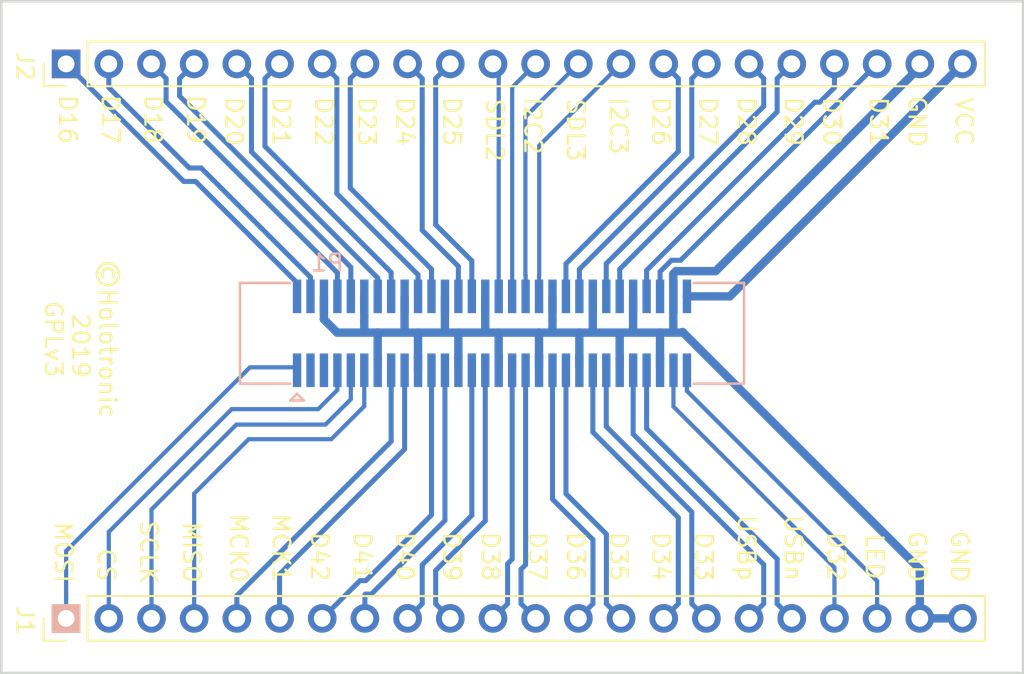
<source format=kicad_pcb>
(kicad_pcb (version 20171130) (host pcbnew 5.1.4-e60b266~84~ubuntu18.04.1)

  (general
    (thickness 1.6)
    (drawings 49)
    (tracks 215)
    (zones 0)
    (modules 3)
    (nets 45)
  )

  (page A4)
  (title_block
    (title "Mezzaine Bob")
    (date 2019-09-21)
    (rev 2)
    (company Holotronic)
  )

  (layers
    (0 F.Cu mixed)
    (31 B.Cu mixed)
    (32 B.Adhes user)
    (33 F.Adhes user)
    (34 B.Paste user)
    (35 F.Paste user)
    (36 B.SilkS user)
    (37 F.SilkS user)
    (38 B.Mask user)
    (39 F.Mask user)
    (40 Dwgs.User user)
    (41 Cmts.User user)
    (42 Eco1.User user)
    (43 Eco2.User user)
    (44 Edge.Cuts user)
    (45 Margin user)
    (46 B.CrtYd user)
    (47 F.CrtYd user)
    (48 B.Fab user)
    (49 F.Fab user)
  )

  (setup
    (last_trace_width 0.25)
    (trace_clearance 0.25)
    (zone_clearance 0.508)
    (zone_45_only no)
    (trace_min 0.25)
    (via_size 0.8)
    (via_drill 0.4)
    (via_min_size 0.4)
    (via_min_drill 0.3)
    (uvia_size 0.3)
    (uvia_drill 0.1)
    (uvias_allowed no)
    (uvia_min_size 0.2)
    (uvia_min_drill 0.1)
    (edge_width 0.15)
    (segment_width 0.2)
    (pcb_text_width 0.3)
    (pcb_text_size 1.5 1.5)
    (mod_edge_width 0.15)
    (mod_text_size 1 1)
    (mod_text_width 0.15)
    (pad_size 1.7 1.7)
    (pad_drill 1)
    (pad_to_mask_clearance 0.051)
    (solder_mask_min_width 0.25)
    (aux_axis_origin 0 0)
    (visible_elements FFFFFFFF)
    (pcbplotparams
      (layerselection 0x010f0_ffffffff)
      (usegerberextensions true)
      (usegerberattributes false)
      (usegerberadvancedattributes false)
      (creategerberjobfile false)
      (excludeedgelayer true)
      (linewidth 0.100000)
      (plotframeref false)
      (viasonmask false)
      (mode 1)
      (useauxorigin false)
      (hpglpennumber 1)
      (hpglpenspeed 20)
      (hpglpendiameter 15.000000)
      (psnegative false)
      (psa4output false)
      (plotreference true)
      (plotvalue true)
      (plotinvisibletext false)
      (padsonsilk true)
      (subtractmaskfromsilk false)
      (outputformat 1)
      (mirror false)
      (drillshape 0)
      (scaleselection 1)
      (outputdirectory "Gerbers/"))
  )

  (net 0 "")
  (net 1 /MIO11_SPI1_MOSI)
  (net 2 /MIO9_SPI1_CS)
  (net 3 /MIO6_SPI1_SCLK)
  (net 4 /MIO10_SPI1_MISO)
  (net 5 /CSI0_MCLK)
  (net 6 /CSI1_MCLK)
  (net 7 /DSI_CLK_P)
  (net 8 /DSI_CLK_N)
  (net 9 /DSI_D0_P)
  (net 10 /DSI_D0_N)
  (net 11 /DSI_D1_P)
  (net 12 /DSI_D1_N)
  (net 13 /DSI_D2_P)
  (net 14 /DSI_D2_N)
  (net 15 /DSI_D3_P)
  (net 16 /DSI_D3_N)
  (net 17 /USB2D3_P)
  (net 18 /USB2D3_N)
  (net 19 /HSIC_STR)
  (net 20 /HSIC_DATA)
  (net 21 GND)
  (net 22 /CSI0_C_P)
  (net 23 /CSI0_C_N)
  (net 24 /CSI0_D0_P)
  (net 25 /CSI0_D0_N)
  (net 26 /CSI0_D1_P)
  (net 27 /CSI0_D1_N)
  (net 28 /CSI0_D2_P)
  (net 29 /CSI0_D2_N)
  (net 30 /CSI0_D3_P)
  (net 31 /CSI0_D3_N)
  (net 32 /HSEXP_I2C2_SCL)
  (net 33 /HSEXP_I2C2_SDA)
  (net 34 /HSEXP_I2C3_SCL)
  (net 35 /HSEXP_I2C3_SDA)
  (net 36 "/ CSI1_D0_P")
  (net 37 "/ CSI1_D0_N")
  (net 38 /CSI1_D1_P)
  (net 39 /CSI1_D1_N)
  (net 40 /CSI1_C_P)
  (net 41 /CSI1_C_N)
  (net 42 VCC)
  (net 43 "Net-(P1-Pad3)")
  (net 44 "Net-(P1-Pad5)")

  (net_class Default "This is the default net class."
    (clearance 0.25)
    (trace_width 0.25)
    (via_dia 0.8)
    (via_drill 0.4)
    (uvia_dia 0.3)
    (uvia_drill 0.1)
    (diff_pair_width 0.25)
    (diff_pair_gap 0.25)
    (add_net "/ CSI1_D0_N")
    (add_net "/ CSI1_D0_P")
    (add_net /CSI0_C_N)
    (add_net /CSI0_C_P)
    (add_net /CSI0_D0_N)
    (add_net /CSI0_D0_P)
    (add_net /CSI0_D1_N)
    (add_net /CSI0_D1_P)
    (add_net /CSI0_D2_N)
    (add_net /CSI0_D2_P)
    (add_net /CSI0_D3_N)
    (add_net /CSI0_D3_P)
    (add_net /CSI0_MCLK)
    (add_net /CSI1_C_N)
    (add_net /CSI1_C_P)
    (add_net /CSI1_D1_N)
    (add_net /CSI1_D1_P)
    (add_net /CSI1_MCLK)
    (add_net /DSI_CLK_N)
    (add_net /DSI_CLK_P)
    (add_net /DSI_D0_N)
    (add_net /DSI_D0_P)
    (add_net /DSI_D1_N)
    (add_net /DSI_D1_P)
    (add_net /DSI_D2_N)
    (add_net /DSI_D2_P)
    (add_net /DSI_D3_N)
    (add_net /DSI_D3_P)
    (add_net /HSEXP_I2C2_SCL)
    (add_net /HSEXP_I2C2_SDA)
    (add_net /HSEXP_I2C3_SCL)
    (add_net /HSEXP_I2C3_SDA)
    (add_net /HSIC_DATA)
    (add_net /HSIC_STR)
    (add_net /MIO10_SPI1_MISO)
    (add_net /MIO11_SPI1_MOSI)
    (add_net /MIO6_SPI1_SCLK)
    (add_net /MIO9_SPI1_CS)
    (add_net /USB2D3_N)
    (add_net /USB2D3_P)
    (add_net "Net-(P1-Pad3)")
    (add_net "Net-(P1-Pad5)")
    (add_net VCC)
  )

  (net_class pwr ""
    (clearance 0.25)
    (trace_width 0.5)
    (via_dia 0.8)
    (via_drill 0.4)
    (uvia_dia 0.3)
    (uvia_drill 0.1)
    (diff_pair_width 0.25)
    (diff_pair_gap 0.25)
    (add_net GND)
  )

  (module 96boards:61083-063400LF (layer B.Cu) (tedit 598D5922) (tstamp 5D83CFE7)
    (at 98.142 94.653)
    (path /5D8D90E8)
    (fp_text reference P1 (at -9.8 -4.2) (layer B.SilkS)
      (effects (font (size 1 1) (thickness 0.15)) (justify mirror))
    )
    (fp_text value CONN_02X30 (at -0.2 0) (layer B.Fab)
      (effects (font (size 1 1) (thickness 0.15)) (justify mirror))
    )
    (fp_line (start -11.2 4) (end -12 4) (layer B.SilkS) (width 0.1524))
    (fp_line (start -11.6 3.6) (end -11.2 4) (layer B.SilkS) (width 0.1524))
    (fp_line (start -12 4) (end -11.6 3.6) (layer B.SilkS) (width 0.1524))
    (fp_line (start -15 3) (end -12 3) (layer B.SilkS) (width 0.1524))
    (fp_line (start -15 -3) (end -12 -3) (layer B.SilkS) (width 0.1524))
    (fp_line (start 15 -3) (end 12 -3) (layer B.SilkS) (width 0.1524))
    (fp_line (start 15 3) (end 12 3) (layer B.SilkS) (width 0.1524))
    (fp_line (start 15 3) (end 15 -3) (layer B.SilkS) (width 0.1524))
    (fp_line (start -15 3) (end -15 -3) (layer B.SilkS) (width 0.1524))
    (pad 57 smd rect (at 10.8 2.2) (size 0.5 2) (layers B.Cu B.Paste B.Mask)
      (net 19 /HSIC_STR))
    (pad 54 smd rect (at 9.2 -2.2) (size 0.5 2) (layers B.Cu B.Paste B.Mask)
      (net 40 /CSI1_C_P))
    (pad 34 smd rect (at 1.2 -2.2) (size 0.5 2) (layers B.Cu B.Paste B.Mask)
      (net 33 /HSEXP_I2C2_SDA))
    (pad 44 smd rect (at 5.2 -2.2) (size 0.5 2) (layers B.Cu B.Paste B.Mask)
      (net 37 "/ CSI1_D0_N"))
    (pad 43 smd rect (at 5.2 2.2) (size 0.5 2) (layers B.Cu B.Paste B.Mask)
      (net 21 GND))
    (pad 39 smd rect (at 3.6 2.2) (size 0.5 2) (layers B.Cu B.Paste B.Mask)
      (net 13 /DSI_D2_P))
    (pad 32 smd rect (at 0.4 -2.2) (size 0.5 2) (layers B.Cu B.Paste B.Mask)
      (net 32 /HSEXP_I2C2_SCL))
    (pad 42 smd rect (at 4.4 -2.2) (size 0.5 2) (layers B.Cu B.Paste B.Mask)
      (net 36 "/ CSI1_D0_P"))
    (pad 40 smd rect (at 3.6 -2.2) (size 0.5 2) (layers B.Cu B.Paste B.Mask)
      (net 21 GND))
    (pad 48 smd rect (at 6.8 -2.2) (size 0.5 2) (layers B.Cu B.Paste B.Mask)
      (net 38 /CSI1_D1_P))
    (pad 33 smd rect (at 1.2 2.2) (size 0.5 2) (layers B.Cu B.Paste B.Mask)
      (net 11 /DSI_D1_P))
    (pad 51 smd rect (at 8.4 2.2) (size 0.5 2) (layers B.Cu B.Paste B.Mask)
      (net 17 /USB2D3_P))
    (pad 41 smd rect (at 4.4 2.2) (size 0.5 2) (layers B.Cu B.Paste B.Mask)
      (net 14 /DSI_D2_N))
    (pad 37 smd rect (at 2.8 2.2) (size 0.5 2) (layers B.Cu B.Paste B.Mask)
      (net 21 GND))
    (pad 53 smd rect (at 9.2 2.2) (size 0.5 2) (layers B.Cu B.Paste B.Mask)
      (net 18 /USB2D3_N))
    (pad 35 smd rect (at 2 2.2) (size 0.5 2) (layers B.Cu B.Paste B.Mask)
      (net 12 /DSI_D1_N))
    (pad 38 smd rect (at 2.8 -2.2) (size 0.5 2) (layers B.Cu B.Paste B.Mask)
      (net 35 /HSEXP_I2C3_SDA))
    (pad 31 smd rect (at 0.4 2.2) (size 0.5 2) (layers B.Cu B.Paste B.Mask)
      (net 21 GND))
    (pad 58 smd rect (at 10.8 -2.2) (size 0.5 2) (layers B.Cu B.Paste B.Mask)
      (net 21 GND))
    (pad 55 smd rect (at 10 2.2) (size 0.5 2) (layers B.Cu B.Paste B.Mask)
      (net 21 GND))
    (pad 46 smd rect (at 6 -2.2) (size 0.5 2) (layers B.Cu B.Paste B.Mask)
      (net 21 GND))
    (pad 45 smd rect (at 6 2.2) (size 0.5 2) (layers B.Cu B.Paste B.Mask)
      (net 15 /DSI_D3_P))
    (pad 49 smd rect (at 7.6 2.2) (size 0.5 2) (layers B.Cu B.Paste B.Mask)
      (net 21 GND))
    (pad 52 smd rect (at 8.4 -2.2) (size 0.5 2) (layers B.Cu B.Paste B.Mask)
      (net 21 GND))
    (pad 60 smd rect (at 11.6 -2.2) (size 0.5 2) (layers B.Cu B.Paste B.Mask)
      (net 42 VCC))
    (pad 56 smd rect (at 10 -2.2) (size 0.5 2) (layers B.Cu B.Paste B.Mask)
      (net 41 /CSI1_C_N))
    (pad 50 smd rect (at 7.6 -2.2) (size 0.5 2) (layers B.Cu B.Paste B.Mask)
      (net 39 /CSI1_D1_N))
    (pad 36 smd rect (at 2 -2.2) (size 0.5 2) (layers B.Cu B.Paste B.Mask)
      (net 34 /HSEXP_I2C3_SCL))
    (pad 59 smd rect (at 11.6 2.2) (size 0.5 2) (layers B.Cu B.Paste B.Mask)
      (net 20 /HSIC_DATA))
    (pad 47 smd rect (at 6.8 2.2) (size 0.5 2) (layers B.Cu B.Paste B.Mask)
      (net 16 /DSI_D3_N))
    (pad "" np_thru_hole circle (at 14.1 0) (size 1.2 1.2) (drill 1.2) (layers *.Cu *.Mask))
    (pad 1 smd rect (at -11.6 2.2) (size 0.5 2) (layers B.Cu B.Paste B.Mask)
      (net 1 /MIO11_SPI1_MOSI))
    (pad 2 smd rect (at -11.6 -2.2) (size 0.5 2) (layers B.Cu B.Paste B.Mask)
      (net 22 /CSI0_C_P))
    (pad 4 smd rect (at -10.8 -2.2) (size 0.5 2) (layers B.Cu B.Paste B.Mask)
      (net 23 /CSI0_C_N))
    (pad 3 smd rect (at -10.8 2.2) (size 0.5 2) (layers B.Cu B.Paste B.Mask)
      (net 43 "Net-(P1-Pad3)"))
    (pad 6 smd rect (at -10 -2.2) (size 0.5 2) (layers B.Cu B.Paste B.Mask)
      (net 21 GND))
    (pad 5 smd rect (at -10 2.2) (size 0.5 2) (layers B.Cu B.Paste B.Mask)
      (net 44 "Net-(P1-Pad5)"))
    (pad 8 smd rect (at -9.2 -2.2) (size 0.5 2) (layers B.Cu B.Paste B.Mask)
      (net 24 /CSI0_D0_P))
    (pad 7 smd rect (at -9.2 2.2) (size 0.5 2) (layers B.Cu B.Paste B.Mask)
      (net 2 /MIO9_SPI1_CS))
    (pad 9 smd rect (at -8.4 2.2) (size 0.5 2) (layers B.Cu B.Paste B.Mask)
      (net 3 /MIO6_SPI1_SCLK))
    (pad 10 smd rect (at -8.4 -2.2) (size 0.5 2) (layers B.Cu B.Paste B.Mask)
      (net 25 /CSI0_D0_N))
    (pad 11 smd rect (at -7.6 2.2) (size 0.5 2) (layers B.Cu B.Paste B.Mask)
      (net 4 /MIO10_SPI1_MISO))
    (pad 12 smd rect (at -7.6 -2.2) (size 0.5 2) (layers B.Cu B.Paste B.Mask)
      (net 21 GND))
    (pad 13 smd rect (at -6.8 2.2) (size 0.5 2) (layers B.Cu B.Paste B.Mask)
      (net 21 GND))
    (pad 14 smd rect (at -6.8 -2.2) (size 0.5 2) (layers B.Cu B.Paste B.Mask)
      (net 26 /CSI0_D1_P))
    (pad 15 smd rect (at -6 2.2) (size 0.5 2) (layers B.Cu B.Paste B.Mask)
      (net 5 /CSI0_MCLK))
    (pad 16 smd rect (at -6 -2.2) (size 0.5 2) (layers B.Cu B.Paste B.Mask)
      (net 27 /CSI0_D1_N))
    (pad 18 smd rect (at -5.2 -2.2) (size 0.5 2) (layers B.Cu B.Paste B.Mask)
      (net 21 GND))
    (pad 17 smd rect (at -5.2 2.2) (size 0.5 2) (layers B.Cu B.Paste B.Mask)
      (net 6 /CSI1_MCLK))
    (pad 20 smd rect (at -4.4 -2.2) (size 0.5 2) (layers B.Cu B.Paste B.Mask)
      (net 28 /CSI0_D2_P))
    (pad 19 smd rect (at -4.4 2.2) (size 0.5 2) (layers B.Cu B.Paste B.Mask)
      (net 21 GND))
    (pad 21 smd rect (at -3.6 2.2) (size 0.5 2) (layers B.Cu B.Paste B.Mask)
      (net 7 /DSI_CLK_P))
    (pad 22 smd rect (at -3.6 -2.2) (size 0.5 2) (layers B.Cu B.Paste B.Mask)
      (net 29 /CSI0_D2_N))
    (pad 23 smd rect (at -2.8 2.2) (size 0.5 2) (layers B.Cu B.Paste B.Mask)
      (net 8 /DSI_CLK_N))
    (pad 24 smd rect (at -2.8 -2.2) (size 0.5 2) (layers B.Cu B.Paste B.Mask)
      (net 21 GND))
    (pad 26 smd rect (at -2 -2.2) (size 0.5 2) (layers B.Cu B.Paste B.Mask)
      (net 30 /CSI0_D3_P))
    (pad 25 smd rect (at -2 2.2) (size 0.5 2) (layers B.Cu B.Paste B.Mask)
      (net 21 GND))
    (pad 29 smd rect (at -0.4 2.2) (size 0.5 2) (layers B.Cu B.Paste B.Mask)
      (net 10 /DSI_D0_N))
    (pad 30 smd rect (at -0.4 -2.2) (size 0.5 2) (layers B.Cu B.Paste B.Mask)
      (net 21 GND))
    (pad 28 smd rect (at -1.2 -2.2) (size 0.5 2) (layers B.Cu B.Paste B.Mask)
      (net 31 /CSI0_D3_N))
    (pad 27 smd rect (at -1.2 2.2) (size 0.5 2) (layers B.Cu B.Paste B.Mask)
      (net 9 /DSI_D0_P))
    (pad "" np_thru_hole circle (at -14.1 0) (size 0.8 0.8) (drill 0.8) (layers *.Cu *.Mask))
    (model ${KIPRJMOD}/96boards.pretty/61083-063400LF.wrl
      (at (xyz 0 0 0))
      (scale (xyz 0.394 0.394 0.394))
      (rotate (xyz -90 0 0))
    )
  )

  (module Connector_PinHeader_2.54mm:PinHeader_1x22_P2.54mm_Vertical (layer F.Cu) (tedit 59FED5CC) (tstamp 5BDDD468)
    (at 72.8 78.61 90)
    (descr "Through hole straight pin header, 1x22, 2.54mm pitch, single row")
    (tags "Through hole pin header THT 1x22 2.54mm single row")
    (path /5BD06744)
    (fp_text reference J2 (at -0.13 -2.442 270 unlocked) (layer F.SilkS)
      (effects (font (size 1 1) (thickness 0.15)))
    )
    (fp_text value Conn_01x22 (at -7.242 55.724 270 unlocked) (layer F.Fab)
      (effects (font (size 1 1) (thickness 0.15)))
    )
    (fp_text user %R (at 0 26.67 180) (layer F.Fab)
      (effects (font (size 1 1) (thickness 0.15)))
    )
    (fp_line (start 1.8 -1.8) (end -1.8 -1.8) (layer F.CrtYd) (width 0.05))
    (fp_line (start 1.8 55.15) (end 1.8 -1.8) (layer F.CrtYd) (width 0.05))
    (fp_line (start -1.8 55.15) (end 1.8 55.15) (layer F.CrtYd) (width 0.05))
    (fp_line (start -1.8 -1.8) (end -1.8 55.15) (layer F.CrtYd) (width 0.05))
    (fp_line (start -1.33 -1.33) (end 0 -1.33) (layer F.SilkS) (width 0.12))
    (fp_line (start -1.33 0) (end -1.33 -1.33) (layer F.SilkS) (width 0.12))
    (fp_line (start -1.33 1.27) (end 1.33 1.27) (layer F.SilkS) (width 0.12))
    (fp_line (start 1.33 1.27) (end 1.33 54.67) (layer F.SilkS) (width 0.12))
    (fp_line (start -1.33 1.27) (end -1.33 54.67) (layer F.SilkS) (width 0.12))
    (fp_line (start -1.33 54.67) (end 1.33 54.67) (layer F.SilkS) (width 0.12))
    (fp_line (start -1.27 -0.635) (end -0.635 -1.27) (layer F.Fab) (width 0.1))
    (fp_line (start -1.27 54.61) (end -1.27 -0.635) (layer F.Fab) (width 0.1))
    (fp_line (start 1.27 54.61) (end -1.27 54.61) (layer F.Fab) (width 0.1))
    (fp_line (start 1.27 -1.27) (end 1.27 54.61) (layer F.Fab) (width 0.1))
    (fp_line (start -0.635 -1.27) (end 1.27 -1.27) (layer F.Fab) (width 0.1))
    (pad 22 thru_hole oval (at 0 53.34 90) (size 1.7 1.7) (drill 1) (layers *.Cu *.Mask)
      (net 42 VCC))
    (pad 21 thru_hole oval (at 0 50.8 90) (size 1.7 1.7) (drill 1) (layers *.Cu *.Mask)
      (net 21 GND))
    (pad 20 thru_hole oval (at 0 48.26 90) (size 1.7 1.7) (drill 1) (layers *.Cu *.Mask)
      (net 41 /CSI1_C_N))
    (pad 19 thru_hole oval (at 0 45.72 90) (size 1.7 1.7) (drill 1) (layers *.Cu *.Mask)
      (net 40 /CSI1_C_P))
    (pad 18 thru_hole oval (at 0 43.18 90) (size 1.7 1.7) (drill 1) (layers *.Cu *.Mask)
      (net 39 /CSI1_D1_N))
    (pad 17 thru_hole oval (at 0 40.64 90) (size 1.7 1.7) (drill 1) (layers *.Cu *.Mask)
      (net 38 /CSI1_D1_P))
    (pad 16 thru_hole oval (at 0 38.1 90) (size 1.7 1.7) (drill 1) (layers *.Cu *.Mask)
      (net 37 "/ CSI1_D0_N"))
    (pad 15 thru_hole oval (at 0 35.56 90) (size 1.7 1.7) (drill 1) (layers *.Cu *.Mask)
      (net 36 "/ CSI1_D0_P"))
    (pad 14 thru_hole oval (at 0 33.02 90) (size 1.7 1.7) (drill 1) (layers *.Cu *.Mask)
      (net 35 /HSEXP_I2C3_SDA))
    (pad 13 thru_hole oval (at 0 30.48 90) (size 1.7 1.7) (drill 1) (layers *.Cu *.Mask)
      (net 34 /HSEXP_I2C3_SCL))
    (pad 12 thru_hole oval (at 0 27.94 90) (size 1.7 1.7) (drill 1) (layers *.Cu *.Mask)
      (net 33 /HSEXP_I2C2_SDA))
    (pad 11 thru_hole oval (at 0 25.4 90) (size 1.7 1.7) (drill 1) (layers *.Cu *.Mask)
      (net 32 /HSEXP_I2C2_SCL))
    (pad 10 thru_hole oval (at 0 22.86 90) (size 1.7 1.7) (drill 1) (layers *.Cu *.Mask)
      (net 31 /CSI0_D3_N))
    (pad 9 thru_hole oval (at 0 20.32 90) (size 1.7 1.7) (drill 1) (layers *.Cu *.Mask)
      (net 30 /CSI0_D3_P))
    (pad 8 thru_hole oval (at 0 17.78 90) (size 1.7 1.7) (drill 1) (layers *.Cu *.Mask)
      (net 29 /CSI0_D2_N))
    (pad 7 thru_hole oval (at 0 15.24 90) (size 1.7 1.7) (drill 1) (layers *.Cu *.Mask)
      (net 28 /CSI0_D2_P))
    (pad 6 thru_hole oval (at 0 12.7 90) (size 1.7 1.7) (drill 1) (layers *.Cu *.Mask)
      (net 27 /CSI0_D1_N))
    (pad 5 thru_hole oval (at 0 10.16 90) (size 1.7 1.7) (drill 1) (layers *.Cu *.Mask)
      (net 26 /CSI0_D1_P))
    (pad 4 thru_hole oval (at 0 7.62 90) (size 1.7 1.7) (drill 1) (layers *.Cu *.Mask)
      (net 25 /CSI0_D0_N))
    (pad 3 thru_hole oval (at 0 5.08 90) (size 1.7 1.7) (drill 1) (layers *.Cu *.Mask)
      (net 24 /CSI0_D0_P))
    (pad 2 thru_hole oval (at 0 2.54 90) (size 1.7 1.7) (drill 1) (layers *.Cu *.Mask)
      (net 23 /CSI0_C_N))
    (pad 1 thru_hole rect (at 0 0 90) (size 1.7 1.7) (drill 1) (layers *.Cu *.Mask)
      (net 22 /CSI0_C_P))
    (model ${KISYS3DMOD}/Connector_PinHeader_2.54mm.3dshapes/PinHeader_1x22_P2.54mm_Vertical.wrl
      (at (xyz 0 0 0))
      (scale (xyz 1 1 1))
      (rotate (xyz 0 0 0))
    )
  )

  (module Connector_PinHeader_2.54mm:PinHeader_1x22_P2.54mm_Vertical (layer F.Cu) (tedit 5C157993) (tstamp 5C157E76)
    (at 72.8 111.63 90)
    (descr "Through hole straight pin header, 1x22, 2.54mm pitch, single row")
    (tags "Through hole pin header THT 1x22 2.54mm single row")
    (path /5BD06637)
    (fp_text reference J1 (at -0.13 -2.442 270 unlocked) (layer F.SilkS)
      (effects (font (size 1 1) (thickness 0.15)))
    )
    (fp_text value Conn_01x22 (at 7.236 55.724 270 unlocked) (layer F.Fab)
      (effects (font (size 1 1) (thickness 0.15)))
    )
    (fp_line (start -0.635 -1.27) (end 1.27 -1.27) (layer F.Fab) (width 0.1))
    (fp_line (start 1.27 -1.27) (end 1.27 54.61) (layer F.Fab) (width 0.1))
    (fp_line (start 1.27 54.61) (end -1.27 54.61) (layer F.Fab) (width 0.1))
    (fp_line (start -1.27 54.61) (end -1.27 -0.635) (layer F.Fab) (width 0.1))
    (fp_line (start -1.27 -0.635) (end -0.635 -1.27) (layer F.Fab) (width 0.1))
    (fp_line (start -1.33 54.67) (end 1.33 54.67) (layer F.SilkS) (width 0.12))
    (fp_line (start -1.33 1.27) (end -1.33 54.67) (layer F.SilkS) (width 0.12))
    (fp_line (start 1.33 1.27) (end 1.33 54.67) (layer F.SilkS) (width 0.12))
    (fp_line (start -1.33 1.27) (end 1.33 1.27) (layer F.SilkS) (width 0.12))
    (fp_line (start -1.33 0) (end -1.33 -1.33) (layer F.SilkS) (width 0.12))
    (fp_line (start -1.33 -1.33) (end 0 -1.33) (layer F.SilkS) (width 0.12))
    (fp_line (start -1.8 -1.8) (end -1.8 55.15) (layer F.CrtYd) (width 0.05))
    (fp_line (start -1.8 55.15) (end 1.8 55.15) (layer F.CrtYd) (width 0.05))
    (fp_line (start 1.8 55.15) (end 1.8 -1.8) (layer F.CrtYd) (width 0.05))
    (fp_line (start 1.8 -1.8) (end -1.8 -1.8) (layer F.CrtYd) (width 0.05))
    (fp_text user %R (at 0 26.67 180) (layer F.Fab)
      (effects (font (size 1 1) (thickness 0.15)))
    )
    (pad 1 thru_hole rect (at 0 0 90) (size 1.7 1.7) (drill 1) (layers *.Cu *.SilkS *.Mask)
      (net 1 /MIO11_SPI1_MOSI))
    (pad 2 thru_hole oval (at 0 2.54 90) (size 1.7 1.7) (drill 1) (layers *.Cu *.Mask)
      (net 2 /MIO9_SPI1_CS))
    (pad 3 thru_hole oval (at 0 5.08 90) (size 1.7 1.7) (drill 1) (layers *.Cu *.Mask)
      (net 3 /MIO6_SPI1_SCLK))
    (pad 4 thru_hole oval (at 0 7.62 90) (size 1.7 1.7) (drill 1) (layers *.Cu *.Mask)
      (net 4 /MIO10_SPI1_MISO))
    (pad 5 thru_hole oval (at 0 10.16 90) (size 1.7 1.7) (drill 1) (layers *.Cu *.Mask)
      (net 5 /CSI0_MCLK))
    (pad 6 thru_hole oval (at 0 12.7 90) (size 1.7 1.7) (drill 1) (layers *.Cu *.Mask)
      (net 6 /CSI1_MCLK))
    (pad 7 thru_hole oval (at 0 15.24 90) (size 1.7 1.7) (drill 1) (layers *.Cu *.Mask)
      (net 7 /DSI_CLK_P))
    (pad 8 thru_hole oval (at 0 17.78 90) (size 1.7 1.7) (drill 1) (layers *.Cu *.Mask)
      (net 8 /DSI_CLK_N))
    (pad 9 thru_hole oval (at 0 20.32 90) (size 1.7 1.7) (drill 1) (layers *.Cu *.Mask)
      (net 9 /DSI_D0_P))
    (pad 10 thru_hole oval (at 0 22.86 90) (size 1.7 1.7) (drill 1) (layers *.Cu *.Mask)
      (net 10 /DSI_D0_N))
    (pad 11 thru_hole oval (at 0 25.4 90) (size 1.7 1.7) (drill 1) (layers *.Cu *.Mask)
      (net 11 /DSI_D1_P))
    (pad 12 thru_hole oval (at 0 27.94 90) (size 1.7 1.7) (drill 1) (layers *.Cu *.Mask)
      (net 12 /DSI_D1_N))
    (pad 13 thru_hole oval (at 0 30.48 90) (size 1.7 1.7) (drill 1) (layers *.Cu *.Mask)
      (net 13 /DSI_D2_P))
    (pad 14 thru_hole oval (at 0 33.02 90) (size 1.7 1.7) (drill 1) (layers *.Cu *.Mask)
      (net 14 /DSI_D2_N))
    (pad 15 thru_hole oval (at 0 35.56 90) (size 1.7 1.7) (drill 1) (layers *.Cu *.Mask)
      (net 15 /DSI_D3_P))
    (pad 16 thru_hole oval (at 0 38.1 90) (size 1.7 1.7) (drill 1) (layers *.Cu *.Mask)
      (net 16 /DSI_D3_N))
    (pad 17 thru_hole oval (at 0 40.64 90) (size 1.7 1.7) (drill 1) (layers *.Cu *.Mask)
      (net 17 /USB2D3_P))
    (pad 18 thru_hole oval (at 0 43.18 90) (size 1.7 1.7) (drill 1) (layers *.Cu *.Mask)
      (net 18 /USB2D3_N))
    (pad 19 thru_hole oval (at 0 45.72 90) (size 1.7 1.7) (drill 1) (layers *.Cu *.Mask)
      (net 19 /HSIC_STR))
    (pad 20 thru_hole oval (at 0 48.26 90) (size 1.7 1.7) (drill 1) (layers *.Cu *.Mask)
      (net 20 /HSIC_DATA))
    (pad 21 thru_hole oval (at 0 50.8 90) (size 1.7 1.7) (drill 1) (layers *.Cu *.Mask)
      (net 21 GND))
    (pad 22 thru_hole oval (at 0 53.34 90) (size 1.7 1.7) (drill 1) (layers *.Cu *.Mask)
      (net 21 GND))
    (model ${KISYS3DMOD}/Connector_PinHeader_2.54mm.3dshapes/PinHeader_1x22_P2.54mm_Vertical.wrl
      (at (xyz 0 0 0))
      (scale (xyz 1 1 1))
      (rotate (xyz 0 0 0))
    )
  )

  (gr_text "©Holotronic\n 2019\nGPLv3" (at 73.66 94.996 270) (layer F.SilkS)
    (effects (font (size 1 1) (thickness 0.15)))
  )
  (gr_text MOSI (at 72.644 107.696 270) (layer F.SilkS)
    (effects (font (size 1 1) (thickness 0.15)))
  )
  (gr_text CS (at 75.184 108.458 270) (layer F.SilkS)
    (effects (font (size 1 1) (thickness 0.15)))
  )
  (gr_text SCLK (at 77.724 107.696 270) (layer F.SilkS)
    (effects (font (size 1 1) (thickness 0.15)))
  )
  (gr_text MISO (at 80.264 107.696 270) (layer F.SilkS)
    (effects (font (size 1 1) (thickness 0.15)))
  )
  (gr_text MCK0 (at 83.058 107.442 270) (layer F.SilkS)
    (effects (font (size 1 1) (thickness 0.15)))
  )
  (gr_text MCK1 (at 85.598 107.442 270) (layer F.SilkS)
    (effects (font (size 1 1) (thickness 0.15)))
  )
  (gr_text D42 (at 87.884 107.95 270) (layer F.SilkS)
    (effects (font (size 1 1) (thickness 0.15)))
  )
  (gr_text D41 (at 90.424 107.95 270) (layer F.SilkS)
    (effects (font (size 1 1) (thickness 0.15)))
  )
  (gr_text D40 (at 92.964 107.95 270) (layer F.SilkS)
    (effects (font (size 1 1) (thickness 0.15)))
  )
  (gr_text D39 (at 95.758 107.95 270) (layer F.SilkS)
    (effects (font (size 1 1) (thickness 0.15)))
  )
  (gr_text D38 (at 98.044 107.95 270) (layer F.SilkS)
    (effects (font (size 1 1) (thickness 0.15)))
  )
  (gr_text D37 (at 100.838 107.95 270) (layer F.SilkS)
    (effects (font (size 1 1) (thickness 0.15)))
  )
  (gr_text D36 (at 103.124 107.95 270) (layer F.SilkS)
    (effects (font (size 1 1) (thickness 0.15)))
  )
  (gr_text D35 (at 105.664 107.95 270) (layer F.SilkS)
    (effects (font (size 1 1) (thickness 0.15)))
  )
  (gr_text D34 (at 108.204 107.95 270) (layer F.SilkS)
    (effects (font (size 1 1) (thickness 0.15)))
  )
  (gr_text D33 (at 110.744 107.95 270) (layer F.SilkS)
    (effects (font (size 1 1) (thickness 0.15)))
  )
  (gr_text USBp (at 113.284 107.442 270) (layer F.SilkS)
    (effects (font (size 1 1) (thickness 0.15)))
  )
  (gr_text USBn (at 116.078 107.442 270) (layer F.SilkS)
    (effects (font (size 1 1) (thickness 0.15)))
  )
  (gr_text D32 (at 118.618 107.95 270) (layer F.SilkS)
    (effects (font (size 1 1) (thickness 0.15)))
  )
  (gr_text LED (at 120.904 107.95 270) (layer F.SilkS)
    (effects (font (size 1 1) (thickness 0.15)))
  )
  (gr_text GND (at 123.444 107.95 270) (layer F.SilkS)
    (effects (font (size 1 1) (thickness 0.15)))
  )
  (gr_text GND (at 125.984 107.95 270) (layer F.SilkS)
    (effects (font (size 1 1) (thickness 0.15)))
  )
  (gr_text VCC (at 126.238 82.042 270) (layer F.SilkS)
    (effects (font (size 1 1) (thickness 0.15)))
  )
  (gr_text GND (at 123.444 82.042 270) (layer F.SilkS)
    (effects (font (size 1 1) (thickness 0.15)))
  )
  (gr_text D31 (at 121.158 82.042 270) (layer F.SilkS)
    (effects (font (size 1 1) (thickness 0.15)))
  )
  (gr_text D30 (at 118.364 82.042 270) (layer F.SilkS)
    (effects (font (size 1 1) (thickness 0.15)))
  )
  (gr_text D29 (at 116.078 82.042 270) (layer F.SilkS)
    (effects (font (size 1 1) (thickness 0.15)))
  )
  (gr_text D28 (at 113.284 82.042 270) (layer F.SilkS)
    (effects (font (size 1 1) (thickness 0.15)))
  )
  (gr_text D27 (at 110.998 82.042 270) (layer F.SilkS)
    (effects (font (size 1 1) (thickness 0.15)))
  )
  (gr_text D26 (at 108.204 82.042 270) (layer F.SilkS)
    (effects (font (size 1 1) (thickness 0.15)))
  )
  (gr_text I2C3 (at 105.664 82.296 270) (layer F.SilkS)
    (effects (font (size 1 1) (thickness 0.15)))
  )
  (gr_text SDL3 (at 103.124 82.55 270) (layer F.SilkS)
    (effects (font (size 1 1) (thickness 0.15)))
  )
  (gr_text I2C2 (at 100.584 82.296 270) (layer F.SilkS)
    (effects (font (size 1 1) (thickness 0.15)))
  )
  (gr_text SDL2 (at 98.298 82.55 270) (layer F.SilkS)
    (effects (font (size 1 1) (thickness 0.15)))
  )
  (gr_text D25 (at 95.758 82.042 270) (layer F.SilkS)
    (effects (font (size 1 1) (thickness 0.15)))
  )
  (gr_text D24 (at 92.964 82.042 270) (layer F.SilkS)
    (effects (font (size 1 1) (thickness 0.15)))
  )
  (gr_text D23 (at 90.678 82.042 270) (layer F.SilkS)
    (effects (font (size 1 1) (thickness 0.15)))
  )
  (gr_text D22 (at 88.138 82.042 270) (layer F.SilkS)
    (effects (font (size 1 1) (thickness 0.15)))
  )
  (gr_text D21 (at 85.598 82.042 270) (layer F.SilkS)
    (effects (font (size 1 1) (thickness 0.15)))
  )
  (gr_text D20 (at 82.804 82.042 270) (layer F.SilkS)
    (effects (font (size 1 1) (thickness 0.15)))
  )
  (gr_text D19 (at 80.518 81.915 270) (layer F.SilkS)
    (effects (font (size 1 1) (thickness 0.15)))
  )
  (gr_text D18 (at 77.978 81.915 270) (layer F.SilkS)
    (effects (font (size 1 1) (thickness 0.15)))
  )
  (gr_text D17 (at 75.438 81.915 270) (layer F.SilkS)
    (effects (font (size 1 1) (thickness 0.15)))
  )
  (gr_text D16 (at 72.898 81.915 270) (layer F.SilkS)
    (effects (font (size 1 1) (thickness 0.15)))
  )
  (gr_line (start 129.74 74.88) (end 68.94 74.88) (layer Edge.Cuts) (width 0.15))
  (gr_line (start 129.74 114.88) (end 129.74 74.88) (layer Edge.Cuts) (width 0.15))
  (gr_line (start 68.94 114.88) (end 129.74 114.88) (layer Edge.Cuts) (width 0.15))
  (gr_line (start 68.94 74.88) (end 68.94 114.88) (layer Edge.Cuts) (width 0.15))

  (segment (start 72.8 110.4047) (end 72.8 111.63) (width 0.25) (layer B.Cu) (net 1))
  (segment (start 72.8 107.62) (end 72.8 110.4047) (width 0.25) (layer B.Cu) (net 1))
  (segment (start 86.54 96.68) (end 83.74 96.68) (width 0.25) (layer B.Cu) (net 1))
  (segment (start 83.74 96.68) (end 72.8 107.62) (width 0.25) (layer B.Cu) (net 1))
  (segment (start 75.34 106.48) (end 75.34 111.63) (width 0.25) (layer B.Cu) (net 2))
  (segment (start 82.65 99.17) (end 75.34 106.48) (width 0.25) (layer B.Cu) (net 2))
  (segment (start 88.94 96.68) (end 88.94 98.03) (width 0.25) (layer B.Cu) (net 2))
  (segment (start 87.8 99.17) (end 82.65 99.17) (width 0.25) (layer B.Cu) (net 2))
  (segment (start 88.94 98.03) (end 87.8 99.17) (width 0.25) (layer B.Cu) (net 2))
  (segment (start 77.88 105.14) (end 77.88 110.427919) (width 0.25) (layer B.Cu) (net 3))
  (segment (start 82.93 100.09) (end 77.88 105.14) (width 0.25) (layer B.Cu) (net 3))
  (segment (start 77.88 110.427919) (end 77.88 111.63) (width 0.25) (layer B.Cu) (net 3))
  (segment (start 89.74 96.68) (end 89.74 98.583122) (width 0.25) (layer B.Cu) (net 3))
  (segment (start 88.233122 100.09) (end 82.93 100.09) (width 0.25) (layer B.Cu) (net 3))
  (segment (start 89.74 98.583122) (end 88.233122 100.09) (width 0.25) (layer B.Cu) (net 3))
  (segment (start 80.42 110.427919) (end 80.42 111.63) (width 0.25) (layer B.Cu) (net 4))
  (segment (start 80.42 104.2) (end 80.42 110.427919) (width 0.25) (layer B.Cu) (net 4))
  (segment (start 83.66 100.96) (end 80.42 104.2) (width 0.25) (layer B.Cu) (net 4))
  (segment (start 88.577878 100.96) (end 83.66 100.96) (width 0.25) (layer B.Cu) (net 4))
  (segment (start 90.54 96.68) (end 90.54 98.997878) (width 0.25) (layer B.Cu) (net 4))
  (segment (start 90.54 98.997878) (end 88.577878 100.96) (width 0.25) (layer B.Cu) (net 4))
  (segment (start 92.142 96.853) (end 92.142 101.090878) (width 0.3) (layer B.Cu) (net 5))
  (segment (start 92.142 101.090878) (end 82.96 110.272878) (width 0.3) (layer B.Cu) (net 5))
  (segment (start 82.96 110.427919) (end 82.96 111.63) (width 0.3) (layer B.Cu) (net 5))
  (segment (start 82.96 110.272878) (end 82.96 110.427919) (width 0.3) (layer B.Cu) (net 5))
  (segment (start 92.942 101.558) (end 92.942 96.853) (width 0.3) (layer B.Cu) (net 6))
  (segment (start 85.5 111.63) (end 85.5 109) (width 0.3) (layer B.Cu) (net 6))
  (segment (start 85.5 109) (end 92.942 101.558) (width 0.3) (layer B.Cu) (net 6))
  (segment (start 94.542 96.853) (end 94.542 105.472314) (width 0.3) (layer B.Cu) (net 7))
  (segment (start 90.29 109.38) (end 90.014315 109.655685) (width 0.3) (layer B.Cu) (net 7))
  (segment (start 90.634314 109.38) (end 90.29 109.38) (width 0.3) (layer B.Cu) (net 7))
  (segment (start 90.014315 109.655685) (end 88.04 111.63) (width 0.3) (layer B.Cu) (net 7))
  (segment (start 94.542 105.472314) (end 90.634314 109.38) (width 0.3) (layer B.Cu) (net 7))
  (segment (start 95.342 96.853) (end 95.342 105.803686) (width 0.3) (layer B.Cu) (net 8))
  (segment (start 95.342 105.803686) (end 90.965686 110.18) (width 0.3) (layer B.Cu) (net 8))
  (segment (start 90.621371 110.18) (end 90.58 110.221371) (width 0.3) (layer B.Cu) (net 8))
  (segment (start 90.58 110.221371) (end 90.58 111.63) (width 0.3) (layer B.Cu) (net 8))
  (segment (start 90.965686 110.18) (end 90.621371 110.18) (width 0.3) (layer B.Cu) (net 8))
  (segment (start 93.12 111.63) (end 93.99 110.76) (width 0.3) (layer B.Cu) (net 9))
  (segment (start 93.99 110.76) (end 93.99 108.444314) (width 0.3) (layer B.Cu) (net 9))
  (segment (start 93.99 108.444314) (end 96.942 105.492314) (width 0.3) (layer B.Cu) (net 9))
  (segment (start 96.942 105.492314) (end 96.942 96.853) (width 0.3) (layer B.Cu) (net 9))
  (segment (start 94.79 110.76) (end 94.79 108.775686) (width 0.3) (layer B.Cu) (net 10))
  (segment (start 95.66 111.63) (end 94.79 110.76) (width 0.3) (layer B.Cu) (net 10))
  (segment (start 97.742 105.823686) (end 97.742 96.853) (width 0.3) (layer B.Cu) (net 10))
  (segment (start 94.79 108.775686) (end 97.742 105.823686) (width 0.3) (layer B.Cu) (net 10))
  (segment (start 99.342 96.853) (end 99.342 108.102314) (width 0.3) (layer B.Cu) (net 11))
  (segment (start 99.342 108.102314) (end 99.07 108.374314) (width 0.3) (layer B.Cu) (net 11))
  (segment (start 99.07 110.76) (end 98.2 111.63) (width 0.3) (layer B.Cu) (net 11))
  (segment (start 99.07 108.374314) (end 99.07 110.76) (width 0.3) (layer B.Cu) (net 11))
  (segment (start 100.142 96.853) (end 100.142 108.433686) (width 0.3) (layer B.Cu) (net 12))
  (segment (start 99.87 110.76) (end 100.74 111.63) (width 0.3) (layer B.Cu) (net 12))
  (segment (start 99.87 108.705686) (end 99.87 110.76) (width 0.3) (layer B.Cu) (net 12))
  (segment (start 100.142 108.433686) (end 99.87 108.705686) (width 0.3) (layer B.Cu) (net 12))
  (segment (start 101.742 96.853) (end 101.742 104.537686) (width 0.3) (layer B.Cu) (net 13))
  (segment (start 104.15 110.76) (end 103.28 111.63) (width 0.3) (layer B.Cu) (net 13))
  (segment (start 101.742 104.537686) (end 104.15 106.945686) (width 0.3) (layer B.Cu) (net 13))
  (segment (start 104.15 106.945686) (end 104.15 110.76) (width 0.3) (layer B.Cu) (net 13))
  (segment (start 102.542 96.853) (end 102.542 104.206314) (width 0.3) (layer B.Cu) (net 14))
  (segment (start 104.95 110.76) (end 105.82 111.63) (width 0.3) (layer B.Cu) (net 14))
  (segment (start 104.95 106.614314) (end 104.95 110.76) (width 0.3) (layer B.Cu) (net 14))
  (segment (start 102.542 104.206314) (end 104.95 106.614314) (width 0.3) (layer B.Cu) (net 14))
  (segment (start 104.142 96.853) (end 104.142 100.537686) (width 0.3) (layer B.Cu) (net 15))
  (segment (start 109.23 110.76) (end 108.36 111.63) (width 0.3) (layer B.Cu) (net 15))
  (segment (start 104.142 100.537686) (end 109.23 105.625686) (width 0.3) (layer B.Cu) (net 15) (tstamp 5D869C9E))
  (segment (start 109.23 105.625686) (end 109.23 110.76) (width 0.3) (layer B.Cu) (net 15))
  (segment (start 104.942 96.853) (end 104.942 100.206314) (width 0.3) (layer B.Cu) (net 16))
  (segment (start 110.03 110.76) (end 110.9 111.63) (width 0.3) (layer B.Cu) (net 16))
  (segment (start 110.03 105.294314) (end 110.03 110.76) (width 0.3) (layer B.Cu) (net 16))
  (segment (start 104.942 100.206314) (end 110.03 105.294314) (width 0.3) (layer B.Cu) (net 16) (tstamp 5D869CA1))
  (segment (start 106.542 96.853) (end 106.542 100.657686) (width 0.3) (layer B.Cu) (net 17))
  (segment (start 106.542 100.657686) (end 114.31 108.425686) (width 0.3) (layer B.Cu) (net 17))
  (segment (start 114.31 110.76) (end 113.44 111.63) (width 0.3) (layer B.Cu) (net 17))
  (segment (start 114.31 108.425686) (end 114.31 110.76) (width 0.3) (layer B.Cu) (net 17))
  (segment (start 107.342 96.853) (end 107.342 100.326314) (width 0.3) (layer B.Cu) (net 18))
  (segment (start 115.11 108.094314) (end 115.11 110.76) (width 0.3) (layer B.Cu) (net 18))
  (segment (start 107.342 100.326314) (end 115.11 108.094314) (width 0.3) (layer B.Cu) (net 18))
  (segment (start 115.11 110.76) (end 115.98 111.63) (width 0.3) (layer B.Cu) (net 18))
  (segment (start 108.94 96.68) (end 108.94 99.02) (width 0.25) (layer B.Cu) (net 19))
  (segment (start 118.52 108.6) (end 118.52 111.63) (width 0.25) (layer B.Cu) (net 19))
  (segment (start 108.94 99.02) (end 118.52 108.6) (width 0.25) (layer B.Cu) (net 19))
  (segment (start 109.74 96.68) (end 109.74 98.084) (width 0.25) (layer B.Cu) (net 20))
  (segment (start 109.74 98.084) (end 121.06 109.404) (width 0.25) (layer B.Cu) (net 20))
  (segment (start 121.06 109.404) (end 121.06 111.63) (width 0.25) (layer B.Cu) (net 20))
  (segment (start 123.6 111.63) (end 124.9147 111.63) (width 0.5) (layer B.Cu) (net 21))
  (segment (start 126.14 111.63) (end 124.9147 111.63) (width 0.5) (layer B.Cu) (net 21))
  (segment (start 105.74 94.684) (end 105.74 96.68) (width 0.5) (layer B.Cu) (net 21))
  (segment (start 104.14 92.48) (end 104.14 94.4759) (width 0.5) (layer B.Cu) (net 21))
  (segment (start 101.74 94.5799) (end 101.6361 94.5799) (width 0.5) (layer B.Cu) (net 21))
  (segment (start 101.74 94.5799) (end 101.74 93.884) (width 0.5) (layer B.Cu) (net 21))
  (segment (start 101.74 92.48) (end 101.74 93.884) (width 0.5) (layer B.Cu) (net 21))
  (segment (start 91.34 94.614) (end 91.34 96.68) (width 0.5) (layer B.Cu) (net 21))
  (segment (start 88.14 92.48) (end 88.14 93.823) (width 0.5) (layer B.Cu) (net 21))
  (segment (start 91.342 94.612) (end 91.34 94.614) (width 0.5) (layer B.Cu) (net 21))
  (segment (start 88.14 93.823) (end 88.929 94.612) (width 0.5) (layer B.Cu) (net 21))
  (segment (start 92.94 94.559) (end 92.993 94.612) (width 0.5) (layer B.Cu) (net 21))
  (segment (start 92.94 92.48) (end 92.94 94.559) (width 0.5) (layer B.Cu) (net 21))
  (segment (start 96.14 94.64) (end 96.168 94.612) (width 0.5) (layer B.Cu) (net 21))
  (segment (start 96.14 96.68) (end 96.14 94.64) (width 0.5) (layer B.Cu) (net 21))
  (segment (start 95.34 94.6095) (end 95.3425 94.612) (width 0.5) (layer B.Cu) (net 21))
  (segment (start 95.34 92.48) (end 95.34 94.6095) (width 0.5) (layer B.Cu) (net 21))
  (segment (start 97.74 94.564) (end 97.692 94.612) (width 0.5) (layer B.Cu) (net 21))
  (segment (start 97.74 92.48) (end 97.74 94.564) (width 0.5) (layer B.Cu) (net 21))
  (segment (start 98.54 94.6345) (end 98.5175 94.612) (width 0.5) (layer B.Cu) (net 21))
  (segment (start 98.54 96.68) (end 98.54 94.6345) (width 0.5) (layer B.Cu) (net 21))
  (segment (start 100.94 94.6215) (end 100.9305 94.612) (width 0.5) (layer B.Cu) (net 21))
  (segment (start 100.94 96.68) (end 100.94 94.6215) (width 0.5) (layer B.Cu) (net 21))
  (segment (start 103.34 94.6155) (end 103.3435 94.612) (width 0.5) (layer B.Cu) (net 21))
  (segment (start 103.34 96.68) (end 103.34 94.6155) (width 0.5) (layer B.Cu) (net 21))
  (segment (start 106.54 94.57) (end 106.582 94.612) (width 0.5) (layer B.Cu) (net 21))
  (segment (start 106.54 92.48) (end 106.54 94.57) (width 0.5) (layer B.Cu) (net 21))
  (segment (start 108.14 94.6415) (end 108.1695 94.612) (width 0.5) (layer B.Cu) (net 21))
  (segment (start 108.14 96.68) (end 108.14 94.6415) (width 0.5) (layer B.Cu) (net 21))
  (segment (start 109.4395 94.612) (end 91.342 94.612) (width 0.5) (layer B.Cu) (net 21))
  (segment (start 109.4795 94.572) (end 109.4395 94.612) (width 0.5) (layer B.Cu) (net 21))
  (segment (start 109.4395 94.612) (end 109.5195 94.612) (width 0.5) (layer B.Cu) (net 21))
  (segment (start 123.6 108.6925) (end 123.6 111.63) (width 0.5) (layer B.Cu) (net 21))
  (segment (start 109.5195 94.612) (end 123.6 108.6925) (width 0.5) (layer B.Cu) (net 21))
  (segment (start 93.74 94.627) (end 93.755 94.612) (width 0.5) (layer B.Cu) (net 21))
  (segment (start 93.742 96.853) (end 93.74 96.851) (width 0.5) (layer B.Cu) (net 21))
  (segment (start 93.74 96.851) (end 93.74 94.627) (width 0.5) (layer B.Cu) (net 21))
  (segment (start 90.542 93.953) (end 90.542 94.612) (width 0.5) (layer B.Cu) (net 21))
  (segment (start 90.542 92.453) (end 90.542 93.953) (width 0.5) (layer B.Cu) (net 21))
  (segment (start 88.929 94.612) (end 90.542 94.612) (width 0.5) (layer B.Cu) (net 21))
  (segment (start 90.542 94.612) (end 91.342 94.612) (width 0.5) (layer B.Cu) (net 21))
  (segment (start 108.9315 91.5005) (end 108.9315 94.612) (width 0.5) (layer B.Cu) (net 21))
  (segment (start 108.9315 91.113498) (end 108.9315 91.5005) (width 0.5) (layer B.Cu) (net 21))
  (segment (start 111.447501 90.952999) (end 109.091999 90.952999) (width 0.5) (layer B.Cu) (net 21))
  (segment (start 123.6 78.8005) (end 111.447501 90.952999) (width 0.5) (layer B.Cu) (net 21))
  (segment (start 123.6 78.61) (end 123.6 78.8005) (width 0.5) (layer B.Cu) (net 21))
  (segment (start 109.091999 90.952999) (end 108.9315 91.113498) (width 0.5) (layer B.Cu) (net 21))
  (segment (start 86.542 92.453) (end 86.542 91.647686) (width 0.3) (layer B.Cu) (net 22))
  (segment (start 86.542 91.647686) (end 80.504314 85.61) (width 0.3) (layer B.Cu) (net 22))
  (segment (start 74.774315 80.584315) (end 72.8 78.61) (width 0.3) (layer B.Cu) (net 22))
  (segment (start 80.504314 85.61) (end 79.8 85.61) (width 0.3) (layer B.Cu) (net 22))
  (segment (start 79.8 85.61) (end 74.774315 80.584315) (width 0.3) (layer B.Cu) (net 22))
  (segment (start 87.342 92.453) (end 87.342 91.316314) (width 0.3) (layer B.Cu) (net 23))
  (segment (start 87.342 91.316314) (end 80.835686 84.81) (width 0.3) (layer B.Cu) (net 23))
  (segment (start 75.34 80.018629) (end 75.34 78.61) (width 0.3) (layer B.Cu) (net 23))
  (segment (start 80.835686 84.81) (end 80.131371 84.81) (width 0.3) (layer B.Cu) (net 23))
  (segment (start 80.131371 84.81) (end 75.34 80.018629) (width 0.3) (layer B.Cu) (net 23))
  (segment (start 88.942 92.453) (end 88.942 91.047686) (width 0.3) (layer B.Cu) (net 24))
  (segment (start 78.75 79.48) (end 77.88 78.61) (width 0.3) (layer B.Cu) (net 24))
  (segment (start 88.942 91.047686) (end 78.75 80.855686) (width 0.3) (layer B.Cu) (net 24))
  (segment (start 78.75 80.855686) (end 78.75 79.48) (width 0.3) (layer B.Cu) (net 24))
  (segment (start 89.742 92.453) (end 89.742 90.716314) (width 0.3) (layer B.Cu) (net 25))
  (segment (start 79.55 79.48) (end 80.42 78.61) (width 0.3) (layer B.Cu) (net 25))
  (segment (start 79.55 80.524314) (end 79.55 79.48) (width 0.3) (layer B.Cu) (net 25))
  (segment (start 89.742 90.716314) (end 79.55 80.524314) (width 0.3) (layer B.Cu) (net 25))
  (segment (start 91.342 92.453) (end 91.342 91.357686) (width 0.3) (layer B.Cu) (net 26))
  (segment (start 83.83 79.48) (end 82.96 78.61) (width 0.3) (layer B.Cu) (net 26))
  (segment (start 91.342 91.357686) (end 83.83 83.845686) (width 0.3) (layer B.Cu) (net 26))
  (segment (start 83.83 83.845686) (end 83.83 79.48) (width 0.3) (layer B.Cu) (net 26))
  (segment (start 92.142 92.453) (end 92.142 91.026314) (width 0.3) (layer B.Cu) (net 27))
  (segment (start 84.63 79.48) (end 85.5 78.61) (width 0.3) (layer B.Cu) (net 27))
  (segment (start 84.63 83.514314) (end 84.63 79.48) (width 0.3) (layer B.Cu) (net 27))
  (segment (start 92.142 91.026314) (end 84.63 83.514314) (width 0.3) (layer B.Cu) (net 27))
  (segment (start 93.742 92.453) (end 93.742 91.167686) (width 0.3) (layer B.Cu) (net 28))
  (segment (start 88.91 79.48) (end 88.04 78.61) (width 0.3) (layer B.Cu) (net 28))
  (segment (start 93.742 91.167686) (end 88.91 86.335686) (width 0.3) (layer B.Cu) (net 28))
  (segment (start 88.91 86.335686) (end 88.91 79.48) (width 0.3) (layer B.Cu) (net 28))
  (segment (start 94.542 92.453) (end 94.542 90.836314) (width 0.3) (layer B.Cu) (net 29))
  (segment (start 89.71 79.48) (end 90.58 78.61) (width 0.3) (layer B.Cu) (net 29))
  (segment (start 89.71 86.004314) (end 89.71 79.48) (width 0.3) (layer B.Cu) (net 29))
  (segment (start 94.542 90.836314) (end 89.71 86.004314) (width 0.3) (layer B.Cu) (net 29))
  (segment (start 96.142 92.453) (end 96.142 90.667686) (width 0.3) (layer B.Cu) (net 30))
  (segment (start 93.99 79.48) (end 93.12 78.61) (width 0.3) (layer B.Cu) (net 30))
  (segment (start 96.142 90.667686) (end 93.99 88.515686) (width 0.3) (layer B.Cu) (net 30))
  (segment (start 93.99 88.515686) (end 93.99 79.48) (width 0.3) (layer B.Cu) (net 30))
  (segment (start 96.942 92.453) (end 96.942 90.336314) (width 0.3) (layer B.Cu) (net 31))
  (segment (start 94.79 79.48) (end 95.66 78.61) (width 0.3) (layer B.Cu) (net 31))
  (segment (start 94.79 88.184314) (end 94.79 79.48) (width 0.3) (layer B.Cu) (net 31))
  (segment (start 96.942 90.336314) (end 94.79 88.184314) (width 0.3) (layer B.Cu) (net 31))
  (segment (start 98.542 78.952) (end 98.2 78.61) (width 0.25) (layer B.Cu) (net 32))
  (segment (start 98.542 92.453) (end 98.542 78.952) (width 0.25) (layer B.Cu) (net 32))
  (segment (start 99.342 80.008) (end 100.74 78.61) (width 0.25) (layer B.Cu) (net 33))
  (segment (start 99.342 92.453) (end 99.342 80.008) (width 0.25) (layer B.Cu) (net 33))
  (segment (start 100.142 91.203) (end 100.13 91.191) (width 0.25) (layer B.Cu) (net 34))
  (segment (start 100.142 92.453) (end 100.142 91.203) (width 0.25) (layer B.Cu) (net 34))
  (segment (start 100.13 81.76) (end 103.28 78.61) (width 0.25) (layer B.Cu) (net 34))
  (segment (start 100.13 91.191) (end 100.13 81.76) (width 0.25) (layer B.Cu) (net 34))
  (segment (start 100.942 91.203) (end 100.95 91.195) (width 0.25) (layer B.Cu) (net 35))
  (segment (start 100.942 92.453) (end 100.942 91.203) (width 0.25) (layer B.Cu) (net 35))
  (segment (start 100.95 83.48) (end 105.82 78.61) (width 0.25) (layer B.Cu) (net 35))
  (segment (start 100.95 91.195) (end 100.95 83.48) (width 0.25) (layer B.Cu) (net 35))
  (segment (start 102.542 92.453) (end 102.542 90.512314) (width 0.3) (layer B.Cu) (net 36))
  (segment (start 109.23 79.48) (end 108.36 78.61) (width 0.3) (layer B.Cu) (net 36))
  (segment (start 102.542 90.512314) (end 109.23 83.824314) (width 0.3) (layer B.Cu) (net 36))
  (segment (start 109.23 83.824314) (end 109.23 79.48) (width 0.3) (layer B.Cu) (net 36))
  (segment (start 103.342 92.453) (end 103.342 90.843686) (width 0.3) (layer B.Cu) (net 37))
  (segment (start 110.03 79.48) (end 110.9 78.61) (width 0.3) (layer B.Cu) (net 37))
  (segment (start 110.03 84.155686) (end 110.03 79.48) (width 0.3) (layer B.Cu) (net 37))
  (segment (start 103.342 90.843686) (end 110.03 84.155686) (width 0.3) (layer B.Cu) (net 37))
  (segment (start 104.942 92.453) (end 104.942 90.502314) (width 0.3) (layer B.Cu) (net 38))
  (segment (start 114.31 79.48) (end 113.44 78.61) (width 0.3) (layer B.Cu) (net 38))
  (segment (start 104.942 90.502314) (end 114.31 81.134314) (width 0.3) (layer B.Cu) (net 38))
  (segment (start 114.31 81.134314) (end 114.31 79.48) (width 0.3) (layer B.Cu) (net 38))
  (segment (start 105.742 92.453) (end 105.742 90.833686) (width 0.3) (layer B.Cu) (net 39))
  (segment (start 115.11 79.48) (end 115.98 78.61) (width 0.3) (layer B.Cu) (net 39))
  (segment (start 115.11 81.465686) (end 115.11 79.48) (width 0.3) (layer B.Cu) (net 39))
  (segment (start 105.742 90.833686) (end 115.11 81.465686) (width 0.3) (layer B.Cu) (net 39))
  (segment (start 117.354314 80.89) (end 107.342 90.902314) (width 0.3) (layer B.Cu) (net 40))
  (segment (start 117.648629 80.89) (end 117.354314 80.89) (width 0.3) (layer B.Cu) (net 40))
  (segment (start 118.52 78.61) (end 118.52 80.018629) (width 0.3) (layer B.Cu) (net 40))
  (segment (start 107.342 90.902314) (end 107.342 92.453) (width 0.3) (layer B.Cu) (net 40))
  (segment (start 118.52 80.018629) (end 117.648629 80.89) (width 0.3) (layer B.Cu) (net 40))
  (segment (start 108.822755 90.302989) (end 108.142 90.983744) (width 0.3) (layer B.Cu) (net 41))
  (segment (start 108.142 91.153) (end 108.142 92.453) (width 0.3) (layer B.Cu) (net 41))
  (segment (start 108.142 90.983744) (end 108.142 91.153) (width 0.3) (layer B.Cu) (net 41))
  (segment (start 109.367012 90.302988) (end 108.822755 90.302989) (width 0.3) (layer B.Cu) (net 41))
  (segment (start 121.06 78.61) (end 109.367012 90.302988) (width 0.3) (layer B.Cu) (net 41))
  (segment (start 112.297 92.453) (end 126.14 78.61) (width 0.5) (layer B.Cu) (net 42))
  (segment (start 109.74 92.48) (end 109.74 92.455) (width 0.5) (layer B.Cu) (net 42))
  (segment (start 109.742 92.453) (end 112.297 92.453) (width 0.5) (layer B.Cu) (net 42))
  (segment (start 109.74 92.455) (end 109.742 92.453) (width 0.5) (layer B.Cu) (net 42))

)

</source>
